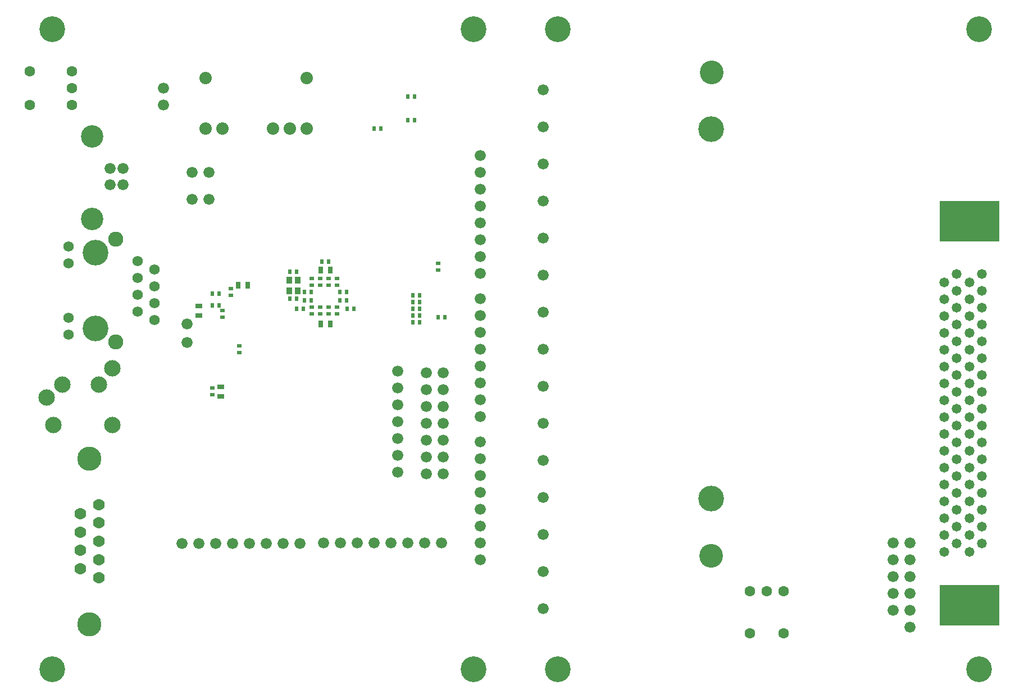
<source format=gbs>
G04 (created by PCBNEW-RS274X (2010-03-14)-final) date Tue 01 Feb 2011 02:56:59 PM EST*
G01*
G70*
G90*
%MOIN*%
G04 Gerber Fmt 3.4, Leading zero omitted, Abs format*
%FSLAX34Y34*%
G04 APERTURE LIST*
%ADD10C,0.001000*%
%ADD11R,0.026600X0.022700*%
%ADD12R,0.022700X0.026600*%
%ADD13R,0.038400X0.026600*%
%ADD14R,0.026600X0.038400*%
%ADD15C,0.066000*%
%ADD16C,0.152600*%
%ADD17C,0.140800*%
%ADD18C,0.153000*%
%ADD19R,0.034500X0.038400*%
%ADD20C,0.073900*%
%ADD21C,0.132900*%
%ADD22C,0.063000*%
%ADD23C,0.058000*%
%ADD24R,0.357300X0.239200*%
%ADD25C,0.097500*%
%ADD26C,0.143000*%
%ADD27C,0.069900*%
%ADD28C,0.089600*%
%ADD29C,0.062100*%
G04 APERTURE END LIST*
G54D10*
G54D11*
X00500Y-15303D03*
X00500Y-15697D03*
X02100Y-13197D03*
X02100Y-12803D03*
G54D12*
X12103Y02000D03*
X12497Y02000D03*
X10497Y00100D03*
X10103Y00100D03*
G54D11*
X06900Y-09197D03*
X06900Y-08803D03*
G54D12*
X06347Y-09600D03*
X05953Y-09600D03*
X07003Y-07800D03*
X07397Y-07800D03*
G54D11*
X01600Y-09797D03*
X01600Y-09403D03*
X01100Y-10703D03*
X01100Y-11097D03*
G54D12*
X00897Y-09700D03*
X00503Y-09700D03*
X12797Y-09800D03*
X12403Y-09800D03*
X12403Y-11000D03*
X12797Y-11000D03*
X13903Y-11100D03*
X14297Y-11100D03*
X12797Y-11400D03*
X12403Y-11400D03*
G54D11*
X13900Y-08297D03*
X13900Y-07903D03*
G54D12*
X12797Y-10600D03*
X12403Y-10600D03*
X05497Y-10000D03*
X05103Y-10000D03*
X05497Y-08400D03*
X05103Y-08400D03*
X00897Y-10400D03*
X00503Y-10400D03*
G54D11*
X07400Y-09197D03*
X07400Y-08803D03*
X07900Y-09197D03*
X07900Y-08803D03*
X06400Y-09197D03*
X06400Y-08803D03*
X07900Y-10503D03*
X07900Y-10897D03*
G54D12*
X08897Y-10600D03*
X08503Y-10600D03*
X05503Y-10600D03*
X05897Y-10600D03*
G54D11*
X07400Y-10503D03*
X07400Y-10897D03*
X06900Y-10503D03*
X06900Y-10897D03*
X06400Y-10503D03*
X06400Y-10897D03*
G54D12*
X08053Y-10100D03*
X08447Y-10100D03*
X06347Y-10100D03*
X05953Y-10100D03*
X12403Y-10200D03*
X12797Y-10200D03*
X08053Y-09600D03*
X08447Y-09600D03*
G54D13*
X01000Y-15795D03*
X01000Y-15205D03*
G54D14*
X07495Y-08300D03*
X06905Y-08300D03*
X02005Y-09200D03*
X02595Y-09200D03*
G54D13*
X-00300Y-10405D03*
X-00300Y-10995D03*
G54D14*
X06905Y-11500D03*
X07495Y-11500D03*
G54D15*
X41900Y-24500D03*
X41900Y-25500D03*
X41900Y-26500D03*
X41900Y-27500D03*
X41900Y-28500D03*
X41900Y-29500D03*
X40900Y-24500D03*
X40900Y-25500D03*
X40900Y-26500D03*
X40900Y-27500D03*
X40900Y-28500D03*
G54D16*
X30100Y00068D03*
G54D17*
X30108Y03454D03*
G54D16*
X30100Y-21845D03*
G54D17*
X30084Y-25254D03*
G54D18*
X16000Y-32000D03*
X-09000Y06000D03*
X16000Y06000D03*
X-09000Y-32000D03*
G54D15*
X-02400Y02500D03*
X-02400Y01500D03*
X-00700Y-04100D03*
X00300Y-04100D03*
X-00700Y-02500D03*
X00300Y-02500D03*
X11500Y-14300D03*
X11500Y-15300D03*
X11500Y-16300D03*
X11500Y-17300D03*
X11500Y-18300D03*
X11500Y-19300D03*
X11500Y-20300D03*
X14200Y-20400D03*
X13200Y-20400D03*
X14200Y-19400D03*
X13200Y-19400D03*
X14200Y-18400D03*
X13200Y-18400D03*
X14200Y-17400D03*
X13200Y-17400D03*
X14200Y-16400D03*
X13200Y-16400D03*
X14200Y-15400D03*
X13200Y-15400D03*
X14200Y-14400D03*
X13200Y-14400D03*
X16400Y-01500D03*
X16400Y-02500D03*
X16400Y-04500D03*
X16400Y-05500D03*
X16400Y-06500D03*
X16400Y-07500D03*
X16400Y-08500D03*
X16400Y-03500D03*
X16400Y-10000D03*
X16400Y-11000D03*
X16400Y-13000D03*
X16400Y-14000D03*
X16400Y-15000D03*
X16400Y-16000D03*
X16400Y-17000D03*
X16400Y-12000D03*
X16400Y-18500D03*
X16400Y-19500D03*
X16400Y-21500D03*
X16400Y-22500D03*
X16400Y-23500D03*
X16400Y-24500D03*
X16400Y-25500D03*
X16400Y-20500D03*
G54D19*
X05054Y-09525D03*
X05054Y-08875D03*
X05546Y-08875D03*
X05546Y-09525D03*
G54D20*
X00100Y00100D03*
X01100Y00100D03*
X04100Y00100D03*
X05100Y00100D03*
X06100Y00100D03*
X06100Y03100D03*
X00100Y03100D03*
G54D21*
X-06660Y-00359D03*
X-06660Y-05241D03*
G54D15*
X-05593Y-02237D03*
X-04806Y-02237D03*
X-04806Y-03221D03*
X-05593Y-03221D03*
G54D22*
X34400Y-27350D03*
X33400Y-27350D03*
X32400Y-27350D03*
X32400Y-29850D03*
X34400Y-29850D03*
X-07850Y01500D03*
X-07850Y02500D03*
X-07850Y03500D03*
X-10350Y03500D03*
X-10350Y01500D03*
G54D23*
X43919Y-25035D03*
X44669Y-24535D03*
X43919Y-24035D03*
X44669Y-23535D03*
X43919Y-23035D03*
X44669Y-22535D03*
X43919Y-22035D03*
X44669Y-21535D03*
X43919Y-21035D03*
X44669Y-20535D03*
X43919Y-20035D03*
X44669Y-19535D03*
X43919Y-19035D03*
X44669Y-18535D03*
X43919Y-18035D03*
X44669Y-17535D03*
X43919Y-17035D03*
X44669Y-16535D03*
X43919Y-16035D03*
X44669Y-15535D03*
X43919Y-15035D03*
X44669Y-14535D03*
X43919Y-14035D03*
X44669Y-13535D03*
X43919Y-13035D03*
X44669Y-12535D03*
X43919Y-12035D03*
X44669Y-11535D03*
X43919Y-11035D03*
X44669Y-10535D03*
X43919Y-10035D03*
X44669Y-09535D03*
X43919Y-09035D03*
X44669Y-08535D03*
X45419Y-25035D03*
X46169Y-24535D03*
X45419Y-24035D03*
X46169Y-23535D03*
X45419Y-23035D03*
X46169Y-22535D03*
X45419Y-22035D03*
X46169Y-21535D03*
X45419Y-21035D03*
X46169Y-20535D03*
X45419Y-20035D03*
X46169Y-19535D03*
X45419Y-19035D03*
X46169Y-18535D03*
X45419Y-18035D03*
X46169Y-17535D03*
X45419Y-17035D03*
X46169Y-16535D03*
X45419Y-16035D03*
X46169Y-15535D03*
X45419Y-15035D03*
X46169Y-14535D03*
X45419Y-14035D03*
X46169Y-13535D03*
X45419Y-13035D03*
X46169Y-12535D03*
X45419Y-12035D03*
X46169Y-11535D03*
X45419Y-11035D03*
X46169Y-10535D03*
X45419Y-10035D03*
X46169Y-09535D03*
X45419Y-09035D03*
X46169Y-08535D03*
G54D24*
X45419Y-28185D03*
X45419Y-05385D03*
G54D25*
X-09349Y-15859D03*
X-08404Y-15072D03*
X-06239Y-15072D03*
X-05451Y-14107D03*
X-05451Y-17493D03*
X-08955Y-17493D03*
G54D15*
X20117Y-26185D03*
X20117Y-21785D03*
X20117Y-23985D03*
X20117Y-15185D03*
X20117Y-17385D03*
X20117Y-19585D03*
X20117Y-12985D03*
X20117Y-06385D03*
X20117Y-04185D03*
X20117Y-08585D03*
X20117Y00215D03*
X20117Y-01985D03*
X20117Y-10785D03*
X20117Y02415D03*
X03690Y-24510D03*
X04690Y-24510D03*
X05690Y-24510D03*
X02690Y-24510D03*
X01690Y-24510D03*
X00690Y-24510D03*
X-00310Y-24510D03*
X-01310Y-24510D03*
X14083Y-24496D03*
X13083Y-24496D03*
X12083Y-24496D03*
X11083Y-24496D03*
X10083Y-24496D03*
X09083Y-24496D03*
X08083Y-24496D03*
X07083Y-24496D03*
X-01000Y-11500D03*
X-01000Y-12600D03*
X20117Y-28385D03*
G54D12*
X12103Y00600D03*
X12497Y00600D03*
G54D18*
X46000Y-32000D03*
X46000Y06000D03*
X21000Y-32000D03*
X21000Y06000D03*
G54D26*
X-06800Y-19480D03*
G54D27*
X-06241Y-22206D03*
X-06241Y-23297D03*
X-06241Y-24387D03*
X-06241Y-25478D03*
X-06241Y-26569D03*
X-07359Y-22752D03*
X-07359Y-23842D03*
X-07359Y-24933D03*
X-07359Y-26023D03*
G54D26*
X-06800Y-29319D03*
G54D16*
X-06451Y-07251D03*
X-06451Y-11751D03*
G54D28*
X-05250Y-06448D03*
X-05250Y-12552D03*
G54D29*
X-08049Y-06891D03*
X-08049Y-12111D03*
X-08049Y-07891D03*
X-08049Y-11111D03*
X-03951Y-07751D03*
X-02951Y-08251D03*
X-03951Y-08751D03*
X-02951Y-09251D03*
X-03951Y-09751D03*
X-02951Y-10251D03*
X-03951Y-10751D03*
X-02951Y-11251D03*
M02*

</source>
